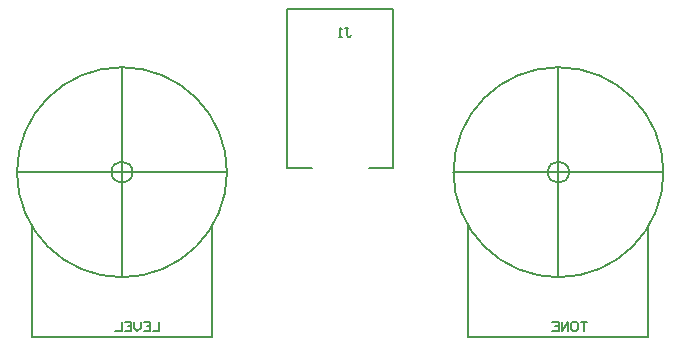
<source format=gbo>
G04*
G04 #@! TF.GenerationSoftware,Altium Limited,Altium Designer,19.0.15 (446)*
G04*
G04 Layer_Color=32896*
%FSLAX25Y25*%
%MOIN*%
G70*
G01*
G75*
%ADD44C,0.00500*%
%ADD47C,0.00591*%
%ADD80C,0.00800*%
D44*
X234068Y286453D02*
G03*
X269069Y251453I35000J0D01*
G01*
Y321453D02*
G03*
X234068Y286453I-0J-35000D01*
G01*
X269069Y321453D02*
G03*
X234068Y286453I-0J-35000D01*
G01*
Y286453D02*
G03*
X269069Y251453I35000J0D01*
G01*
D02*
G03*
X304068Y286453I0J35000D01*
G01*
Y286453D02*
G03*
X269069Y321453I-35000J0D01*
G01*
X304068Y286453D02*
G03*
X269069Y321453I-35000J0D01*
G01*
Y251453D02*
G03*
X304068Y286453I0J35000D01*
G01*
X272604D02*
G03*
X272604Y286453I-3535J0D01*
G01*
D02*
G03*
X272604Y286453I-3535J0D01*
G01*
X88569D02*
G03*
X123568Y251453I35000J0D01*
G01*
Y321453D02*
G03*
X88569Y286453I-0J-35000D01*
G01*
X123568Y321453D02*
G03*
X88569Y286453I-0J-35000D01*
G01*
Y286453D02*
G03*
X123568Y251453I35000J0D01*
G01*
D02*
G03*
X158569Y286453I0J35000D01*
G01*
Y286453D02*
G03*
X123568Y321453I-35000J0D01*
G01*
X158569Y286453D02*
G03*
X123568Y321453I-35000J0D01*
G01*
Y251453D02*
G03*
X158569Y286453I0J35000D01*
G01*
X127103D02*
G03*
X127103Y286453I-3535J0D01*
G01*
D02*
G03*
X127103Y286453I-3535J0D01*
G01*
X234068D02*
X304068D01*
X234068D02*
X304068D01*
X239069Y231516D02*
X299068D01*
X239069D02*
X299068D01*
X269069Y251453D02*
Y321453D01*
Y251453D02*
Y321453D01*
X239069Y231516D02*
Y268953D01*
Y231516D02*
Y268953D01*
X299068Y231516D02*
Y268953D01*
Y231516D02*
Y268953D01*
X88569Y286453D02*
X158569D01*
X88569D02*
X158569D01*
X93568Y231516D02*
X153568D01*
X93568D02*
X153568D01*
X123568Y251453D02*
Y321453D01*
Y251453D02*
Y321453D01*
X93568Y231516D02*
Y268953D01*
Y231516D02*
Y268953D01*
X153568Y231516D02*
Y268953D01*
Y231516D02*
Y268953D01*
D47*
X197919Y334664D02*
X198969D01*
X198444D01*
Y332041D01*
X198969Y331516D01*
X199494D01*
X200019Y332041D01*
X196870Y331516D02*
X195820D01*
X196345D01*
Y334664D01*
X196870Y334139D01*
X278569Y236664D02*
X276469D01*
X277519D01*
Y233516D01*
X273846Y236664D02*
X274895D01*
X275420Y236139D01*
Y234040D01*
X274895Y233516D01*
X273846D01*
X273321Y234040D01*
Y236139D01*
X273846Y236664D01*
X272271Y233516D02*
Y236664D01*
X270172Y233516D01*
Y236664D01*
X267024D02*
X269123D01*
Y233516D01*
X267024D01*
X269123Y235090D02*
X268073D01*
X136068Y236664D02*
Y233516D01*
X133969D01*
X130821Y236664D02*
X132920D01*
Y233516D01*
X130821D01*
X132920Y235090D02*
X131870D01*
X129771Y236664D02*
Y234565D01*
X128722Y233516D01*
X127672Y234565D01*
Y236664D01*
X124524D02*
X126623D01*
Y233516D01*
X124524D01*
X126623Y235090D02*
X125573D01*
X123474Y236664D02*
Y233516D01*
X121375D01*
D80*
X178602Y340731D02*
X214036D01*
Y309054D02*
Y340731D01*
X178602Y287794D02*
Y340731D01*
X214019Y290531D02*
Y309906D01*
X214036Y287794D02*
Y290550D01*
X205767Y287794D02*
X214036D01*
X178602D02*
X186870D01*
M02*

</source>
